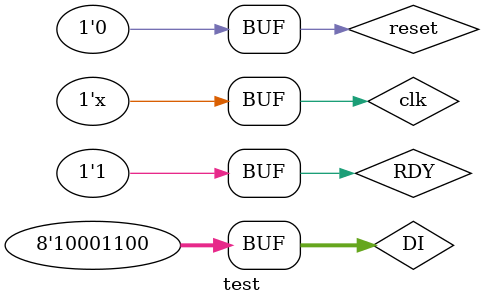
<source format=v>
module test;
   reg clk, reset;
   reg [7:0] DI;
   wire [7:0] DO;
   wire WE;
   reg IRQ;
   reg NMI;
   reg RDY;
   wire [1:0] lh;

   Arlet6502 dut (
		  .clk(clk), 
		  .reset(reset), 
		  .DI(DI), 
		  .DO(DO), 
		  .WE(WE), 
		  .IRQ(IRQ), 
		  .NMI(NMI), 
		  .RDY(RDY), 
		  .lh(lh)
		  );

   always #5 clk=~clk;
   
   initial begin
      $dumpfile("test.vcd");
      $dumpvars(0,test);

      clk = 0;
      reset = 1;

      #50;
      reset = 0;
      RDY = 1;
      DI = 8'b10001100;
      
      
   end // initial begin
endmodule // test

	  

</source>
